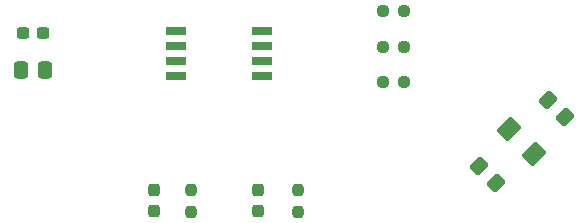
<source format=gbp>
G04 #@! TF.GenerationSoftware,KiCad,Pcbnew,(6.0.1)*
G04 #@! TF.CreationDate,2022-02-01T23:45:27+05:30*
G04 #@! TF.ProjectId,Business card,42757369-6e65-4737-9320-636172642e6b,rev?*
G04 #@! TF.SameCoordinates,Original*
G04 #@! TF.FileFunction,Paste,Bot*
G04 #@! TF.FilePolarity,Positive*
%FSLAX46Y46*%
G04 Gerber Fmt 4.6, Leading zero omitted, Abs format (unit mm)*
G04 Created by KiCad (PCBNEW (6.0.1)) date 2022-02-01 23:45:27*
%MOMM*%
%LPD*%
G01*
G04 APERTURE LIST*
G04 Aperture macros list*
%AMRoundRect*
0 Rectangle with rounded corners*
0 $1 Rounding radius*
0 $2 $3 $4 $5 $6 $7 $8 $9 X,Y pos of 4 corners*
0 Add a 4 corners polygon primitive as box body*
4,1,4,$2,$3,$4,$5,$6,$7,$8,$9,$2,$3,0*
0 Add four circle primitives for the rounded corners*
1,1,$1+$1,$2,$3*
1,1,$1+$1,$4,$5*
1,1,$1+$1,$6,$7*
1,1,$1+$1,$8,$9*
0 Add four rect primitives between the rounded corners*
20,1,$1+$1,$2,$3,$4,$5,0*
20,1,$1+$1,$4,$5,$6,$7,0*
20,1,$1+$1,$6,$7,$8,$9,0*
20,1,$1+$1,$8,$9,$2,$3,0*%
G04 Aperture macros list end*
%ADD10RoundRect,0.250000X0.337500X0.475000X-0.337500X0.475000X-0.337500X-0.475000X0.337500X-0.475000X0*%
%ADD11RoundRect,0.237500X0.250000X0.237500X-0.250000X0.237500X-0.250000X-0.237500X0.250000X-0.237500X0*%
%ADD12R,1.700000X0.650000*%
%ADD13RoundRect,0.237500X0.237500X-0.287500X0.237500X0.287500X-0.237500X0.287500X-0.237500X-0.287500X0*%
%ADD14RoundRect,0.237500X0.237500X-0.250000X0.237500X0.250000X-0.237500X0.250000X-0.237500X-0.250000X0*%
%ADD15RoundRect,0.250000X0.548008X0.088388X0.088388X0.548008X-0.548008X-0.088388X-0.088388X-0.548008X0*%
%ADD16RoundRect,0.250001X0.768977X0.114905X0.114905X0.768977X-0.768977X-0.114905X-0.114905X-0.768977X0*%
%ADD17RoundRect,0.237500X-0.250000X-0.237500X0.250000X-0.237500X0.250000X0.237500X-0.250000X0.237500X0*%
%ADD18RoundRect,0.237500X0.300000X0.237500X-0.300000X0.237500X-0.300000X-0.237500X0.300000X-0.237500X0*%
G04 APERTURE END LIST*
D10*
G04 #@! TO.C,C1*
X61437500Y-76800000D03*
X59362500Y-76800000D03*
G04 #@! TD*
D11*
G04 #@! TO.C,R5*
X91812500Y-71800000D03*
X89987500Y-71800000D03*
G04 #@! TD*
D12*
G04 #@! TO.C,U1*
X79750000Y-73495000D03*
X79750000Y-74765000D03*
X79750000Y-76035000D03*
X79750000Y-77305000D03*
X72450000Y-77305000D03*
X72450000Y-76035000D03*
X72450000Y-74765000D03*
X72450000Y-73495000D03*
G04 #@! TD*
D13*
G04 #@! TO.C,D1*
X70600000Y-88752500D03*
X70600000Y-87002500D03*
G04 #@! TD*
D14*
G04 #@! TO.C,R4*
X82800000Y-88835000D03*
X82800000Y-87010000D03*
G04 #@! TD*
D15*
G04 #@! TO.C,D4*
X99624784Y-86424784D03*
X98175216Y-84975216D03*
G04 #@! TD*
D16*
G04 #@! TO.C,D3*
X102800911Y-83900911D03*
X100697269Y-81797269D03*
G04 #@! TD*
D13*
G04 #@! TO.C,D2*
X79400000Y-88752500D03*
X79400000Y-87002500D03*
G04 #@! TD*
D14*
G04 #@! TO.C,R3*
X73800000Y-88835000D03*
X73800000Y-87010000D03*
G04 #@! TD*
D15*
G04 #@! TO.C,D5*
X105424784Y-80824784D03*
X103975216Y-79375216D03*
G04 #@! TD*
D17*
G04 #@! TO.C,R1*
X89987500Y-74900000D03*
X91812500Y-74900000D03*
G04 #@! TD*
G04 #@! TO.C,R2*
X89987500Y-77800000D03*
X91812500Y-77800000D03*
G04 #@! TD*
D18*
G04 #@! TO.C,C2*
X61262500Y-73700000D03*
X59537500Y-73700000D03*
G04 #@! TD*
M02*

</source>
